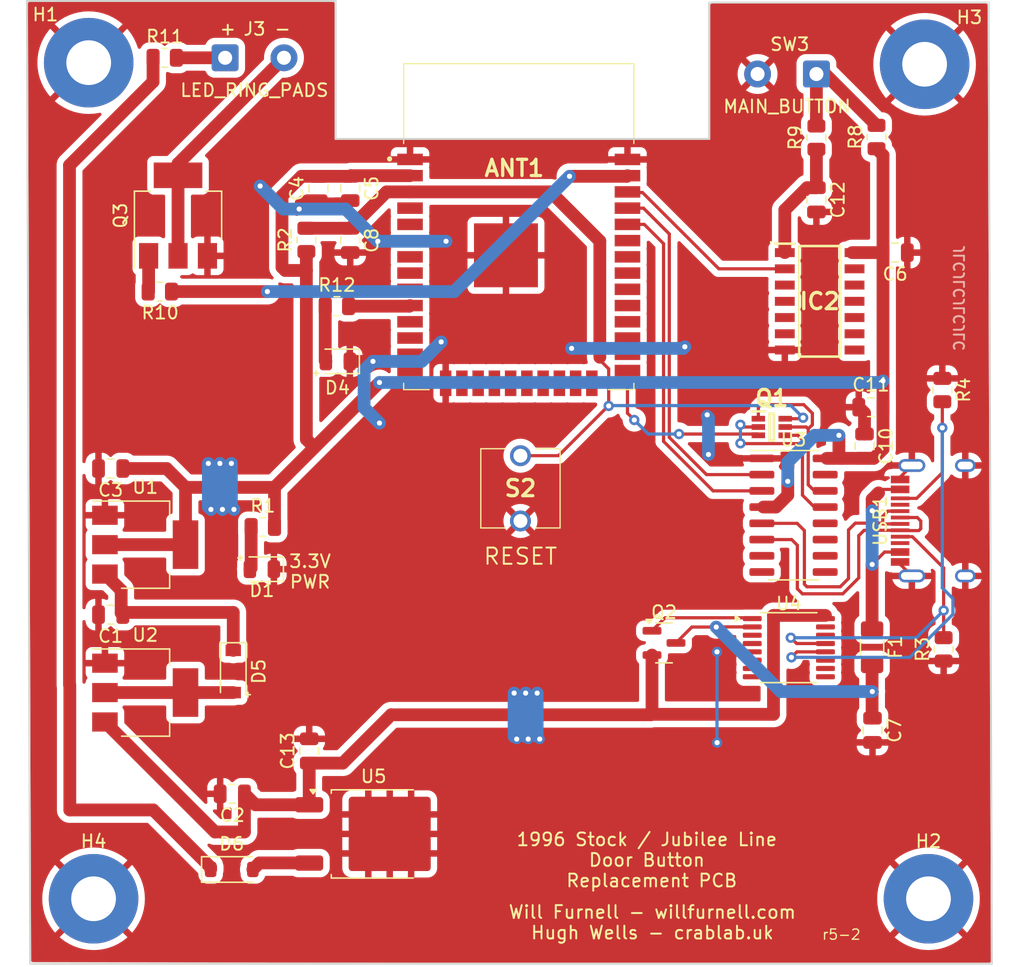
<source format=kicad_pcb>
(kicad_pcb (version 20221018) (generator pcbnew)
  (layers (0 "F.Cu" signal) (31 "B.Cu" signal) (34 "B.Paste" user) (35 "F.Paste" user) (36 "B.SilkS" user "B.Silkscreen") (37 "F.SilkS" user "F.Silkscreen") (38 "B.Mask" user) (39 "F.Mask" user) (44 "Edge.Cuts" user))
  (net 0 "")
  (net 1 "+5V")
  (net 2 "+9V")
  (net 3 "+3V3")
  (net 10 "EN")
  (net 11 "RTS")
  (net 12 "DTR")
  (net 14 "Net-(R8-Pad2)")
  (net 15 "LED_RING")
  (net 16 "ESP_LED")
  (net 17 "ESP_RXD")
  (net 18 "ESP_TXD")
  (net 19 "BUTTON")
  (net 23 "GND")
  (net 24 "IO0")
  (net 42 "+15V")
  (net 43 "Net-(Q2-D)")
  (net 44 "Net-(IC2-1A)")
  (net 45 "Net-(D1-A)")
  (net 46 "Net-(D4-A)")
  (net 47 "Net-(D5-A)")
  (net 48 "Net-(D6-A)")
  (net 49 "Net-(F1-Pad1)")
  (net 60 "Net-(J3-Pin_1)")
  (net 61 "Net-(J3-Pin_2)")
  (net 62 "Net-(Q2-G)")
  (net 63 "Net-(Q3-B)")
  (net 64 "CC1")
  (net 65 "CC2")
  (net 66 "Net-(U3-UD+)")
  (net 67 "Net-(U3-UD-)")
  (footprint "Capacitor_SMD:C_0805_2012Metric" (layer "F.Cu") (at 46.929 101.981 180)
    (fp_text reference "C1")
    (fp_text value "10uF")
  )
  (footprint "Capacitor_SMD:C_0805_2012Metric" (layer "F.Cu") (at 56.440305 115.994183 180)
    (fp_text reference "C2")
    (fp_text value "10uF")
  )
  (footprint "Capacitor_SMD:C_0805_2012Metric" (layer "F.Cu") (at 46.929 90.551 180)
    (fp_text reference "C3")
    (fp_text value "10uF")
  )
  (footprint "Capacitor_SMD:C_0805_2012Metric" (layer "F.Cu") (at 65.659 68.641 -90)
    (fp_text reference "C5")
    (fp_text value "10uF")
  )
  (footprint "Capacitor_SMD:C_0805_2012Metric" (layer "F.Cu") (at 102.108 69.53 -90)
    (fp_text reference "C12")
    (fp_text value "0.1uF")
  )
  (footprint "LED_SMD:LED_0805_2012Metric" (layer "F.Cu") (at 58.7525 98.425 180)
    (fp_text reference "D1")
    (fp_text value "POWER_LED")
  )
  (footprint "LED_SMD:LED_0805_2012Metric" (layer "F.Cu") (at 64.6915 82.169 180)
    (fp_text reference "D4")
    (fp_text value "ESP_LED")
  )
  (footprint "Fuse:Fuse_1206_3216Metric" (layer "F.Cu") (at 106.461285 104.528799 -90)
    (fp_text reference "F1")
    (fp_text value "Polyfuse")
  )
  (footprint "Connector_Wire:SolderWire-0.5sqmm_1x02_P4.6mm_D0.9mm_OD2.1mm" (layer "F.Cu") (at 55.88 58.42)
    (fp_text reference "J3")
    (fp_text value "LED_RING_PADS")
  )
  (footprint "Package_TO_SOT_SMD:SOT-223-3_TabPin2" (layer "F.Cu") (at 52.197 70.764 90)
    (fp_text reference "Q3")
    (fp_text value "PZT2222A")
  )
  (footprint "Resistor_SMD:R_0805_2012Metric" (layer "F.Cu") (at 58.8245 95.123)
    (fp_text reference "R1")
    (fp_text value "2K")
  )
  (footprint "Resistor_SMD:R_0805_2012Metric" (layer "F.Cu") (at 106.807 64.6195 90)
    (fp_text reference "R8")
    (fp_text value "10K")
  )
  (footprint "Resistor_SMD:R_0805_2012Metric" (layer "F.Cu") (at 102.108 64.6665 90)
    (fp_text reference "R9")
    (fp_text value "10K")
  )
  (footprint "Resistor_SMD:R_0805_2012Metric" (layer "F.Cu") (at 50.7765 76.708)
    (fp_text reference "R10")
    (fp_text value "5K6")
  )
  (footprint "Resistor_SMD:R_0805_2012Metric" (layer "F.Cu") (at 51.1575 58.42)
    (fp_text reference "R11")
    (fp_text value "50")
  )
  (footprint "Resistor_SMD:R_0805_2012Metric" (layer "F.Cu") (at 64.6195 77.851)
    (fp_text reference "R12")
    (fp_text value "2K")
  )
  (footprint "Connector_Wire:SolderWire-0.5sqmm_1x02_P4.6mm_D0.9mm_OD2.1mm" (layer "F.Cu") (at 102.108 59.69 180)
    (fp_text reference "SW3")
    (fp_text value "MAIN_BUTTON")
  )
  (footprint "Package_TO_SOT_SMD:SOT-223-3_TabPin2" (layer "F.Cu") (at 49.632 96.506)
    (fp_text reference "U1")
    (fp_text value "AMS1117-3.3")
  )
  (footprint "Package_TO_SOT_SMD:SOT-223-3_TabPin2" (layer "F.Cu") (at 49.632 108.077)
    (fp_text reference "U2")
    (fp_text value "AMS1117-5.0")
  )
  (footprint "MountingHole:MountingHole_3.5mm_Pad_TopBottom" (layer "F.Cu") (at 45.212 58.801)
    (fp_text reference "H1")
    (fp_text value "MountingHole_Pad")
  )
  (footprint "MountingHole:MountingHole_3.5mm_Pad_TopBottom" (layer "F.Cu") (at 110.871 124.206)
    (fp_text reference "H2")
    (fp_text value "MountingHole_Pad")
  )
  (footprint "MountingHole:MountingHole_3.5mm_Pad_TopBottom" (layer "F.Cu") (at 110.568 58.928)
    (fp_text reference "H3")
    (fp_text value "MountingHole_Pad")
  )
  (footprint "MountingHole:MountingHole_3.5mm_Pad_TopBottom" (layer "F.Cu") (at 45.593 124.206)
    (fp_text reference "H4")
    (fp_text value "MountingHole_Pad")
  )
  (footprint "Diode_SMD:D_SOD-123" (layer "F.Cu") (at 56.515 106.427 -90)
    (fp_text reference "D5")
    (fp_text value "D_Small")
  )
  (footprint "Capacitor_SMD:C_0805_2012Metric" (layer "F.Cu") (at 65.659 72.705 -90)
    (fp_text reference "C8")
    (fp_text value "100nF")
  )
  (footprint "Resistor_SMD:R_0805_2012Metric" (layer "F.Cu") (at 62.23 72.6675 90)
    (fp_text reference "R2")
    (fp_text value "10K")
  )
  (footprint "SamacSys_Parts:FSM2JRT" (layer "F.Cu") (at 78.968 94.653)
    (fp_text reference "S2")
    (fp_text value "RESET")
  )
  (footprint "SamacSys_Parts:SOIC127P600X175-14N" (layer "F.Cu") (at 102.362 77.47)
    (fp_text reference "IC2")
    (fp_text value "74HC14D,653" hide)
  )
  (footprint "SamacSys_Parts:ESP32WROOM32D" (layer "F.Cu") (at 78.486 71.882)
    (fp_text reference "ANT1")
    (fp_text value "ESP32-WROOM-32D" hide)
  )
  (footprint "Capacitor_SMD:C_0805_2012Metric" (layer "F.Cu") (at 108.265 73.66 180)
    (fp_text reference "C6")
    (fp_text value "0.1uF")
  )
  (footprint "Capacitor_SMD:C_0805_2012Metric" (layer "F.Cu") (at 63.168 68.653 90)
    (fp_text reference "C4")
    (fp_text value "100nF")
  )
  (footprint "Capacitor_SMD:C_0805_2012Metric" (layer "F.Cu") (at 105.868 88.803 -90)
    (fp_text reference "C10")
    (fp_text value "10uF")
  )
  (footprint "SamacSys_Parts:SOT65P230X110-6N" (layer "F.Cu") (at 98.618 87.303)
    (fp_text reference "Q1")
    (fp_text value "UMH3N" hide)
  )
  (footprint "Resistor_SMD:R_0805_2012Metric" (layer "F.Cu") (at 112.055316 104.695219 90)
    (fp_text reference "R3")
    (fp_text value "5.1K")
  )
  (footprint "Resistor_SMD:R_0805_2012Metric" (layer "F.Cu") (at 111.951926 84.411355 -90)
    (fp_text reference "R4")
    (fp_text value "5.1K")
  )
  (footprint "Type-C:HRO-TYPE-C-31-M-12" (layer "F.Cu") (at 116.348 94.633 90)
    (fp_text reference "USB1")
    (fp_text value "HRO-TYPE-C-31-M-12")
  )
  (footprint "Capacitor_SMD:C_0805_2012Metric" (layer "F.Cu") (at 106.368 85.753 180)
    (fp_text reference "C11")
    (fp_text value "100nF")
  )
  (footprint "Package_SO:SOIC-16_3.9x9.9mm_P1.27mm" (layer "F.Cu") (at 100.318 94.203)
    (fp_text reference "U3")
    (fp_text value "CH340C")
  )
  (footprint "Package_TO_SOT_SMD:SOT-23" (layer "F.Cu") (at 90.191591 104.192522)
    (fp_text reference "Q2")
    (fp_text value "AO3400A")
  )
  (footprint "Package_TO_SOT_SMD:TO-252-2" (layer "F.Cu") (at 67.487136 119.134381)
    (fp_text reference "U5")
    (fp_text value "78D09LL-TN3-R")
  )
  (footprint "Capacitor_SMD:C_0805_2012Metric" (layer "F.Cu") (at 62.452882 112.643837 90)
    (fp_text reference "C13")
    (fp_text value "10uF")
  )
  (footprint "Diode_SMD:D_SOD-123" (layer "F.Cu") (at 56.397271 121.91333)
    (fp_text reference "D6")
    (fp_text value "D_Small")
  )
  (footprint "Capacitor_SMD:C_0805_2012Metric" (layer "F.Cu") (at 106.494434 111.026071 -90)
    (fp_text reference "C7")
    (fp_text value "0.1uF")
  )
  (footprint "Package_SO:TSSOP-16_4.4x5mm_P0.65mm" (layer "F.Cu") (at 99.952899 104.565797)
    (fp_text reference "U4")
    (fp_text value "IP2721")
  )
  (gr_line (start 40.64 129.286) (end 40.386 53.975) (stroke (width 0.15)) (layer "Edge.Cuts"))
  (gr_line (start 115.57 54.102) (end 93.726 54.102) (stroke (width 0.15)) (layer "Edge.Cuts"))
  (gr_line (start 64.516 53.975) (end 40.386 53.975) (stroke (width 0.15)) (layer "Edge.Cuts"))
  (gr_line (start 115.824 129.286) (end 40.64 129.286) (stroke (width 0.15)) (layer "Edge.Cuts"))
  (gr_line (start 64.516 53.975) (end 64.516 64.77) (stroke (width 0.15)) (layer "Edge.Cuts"))
  (gr_line (start 64.516 64.77) (end 93.726 64.77) (stroke (width 0.15)) (layer "Edge.Cuts"))
  (gr_line (start 115.57 54.102) (end 115.824 129.286) (stroke (width 0.15)) (layer "Edge.Cuts"))
  (gr_line (start 93.726 64.77) (end 93.726 54.102) (stroke (width 0.15)) (layer "Edge.Cuts"))
  (gr_text "JLCJLCJLCJLC" (at 113.284 77.216 90) (layer "B.SilkS") (effects (font (size 0.8 0.8)) (justify mirror)))
  (gr_text "." (at 98.552 72.644) (layer "F.SilkS") (effects (font (size 0.5 0.5) (thickness 0.125))))
  (gr_text "r5-2" (at 104.056878 127.004941) (layer "F.SilkS") (effects (font (size 0.8 0.8) (thickness 0.1))))
  (gr_text "Will Furnell - willfurnell.com\nHugh Wells - crablab.uk" (at 89.281 126.053) (layer "F.SilkS") (effects (font (size 1 1))))
  (gr_text "3.3V\nPWR" (at 62.518 98.613) (layer "F.SilkS") (effects (font (size 1 1))))
  (gr_text "+" (at 57.658 108.204) (layer "F.SilkS") (effects (font (size 0.5 0.5) (thickness 0.125))))
  (gr_text "+" (at 62.992 83.058) (layer "F.SilkS") (effects (font (size 0.5 0.5) (thickness 0.125))))
  (gr_text "+" (at 57.023 97.536 90) (layer "F.SilkS") (effects (font (size 0.5 0.5) (thickness 0.125))))
  (gr_text "1996 Stock / Jubilee Line \nDoor Button \nReplacement PCB" (at 89.231678 121.175142) (layer "F.SilkS") (effects (font (size 1 1))))
  (gr_text "+    -" (at 58.2295 56.1467) (layer "F.SilkS") (effects (font (size 1 1))))
  (segment (start 56.515 104.777) (end 56.515 101.809) (width 1) (layer "F.Cu") (net 1))
  (segment (start 47.752 100.076) (end 46.482 98.806) (width 1) (layer "F.Cu") (net 1))
  (segment (start 47.752 101.854) (end 47.879 101.981) (width 1) (layer "F.Cu") (net 1))
  (segment (start 56.515 101.809) (end 48.051 101.809) (width 1) (layer "F.Cu") (net 1))
  (segment (start 47.752 100.076) (end 47.752 101.854) (width 1) (layer "F.Cu") (net 1))
  (segment (start 48.051 101.809) (end 47.879 101.981) (width 1) (layer "F.Cu") (net 1))
  (segment (start 50.25346 117.257345) (end 43.736371 117.257345) (width 1) (layer "F.Cu") (net 2))
  (segment (start 54.847129 121.813472) (end 54.747271 121.91333) (width 0.25) (layer "F.Cu") (net 2))
  (segment (start 54.747271 121.751156) (end 50.25346 117.257345) (width 1) (layer "F.Cu") (net 2))
  (segment (start 50.245 60.29298) (end 50.245 58.42) (width 1) (layer "F.Cu") (net 2))
  (segment (start 54.747271 121.91333) (end 54.747271 121.751156) (width 1) (layer "F.Cu") (net 2))
  (segment (start 43.71199 66.82599) (end 50.245 60.29298) (width 1) (layer "F.Cu") (net 2))
  (segment (start 43.71199 66.82599) (end 43.71199 107.473684) (width 1) (layer "F.Cu") (net 2))
  (segment (start 43.736371 107.498065) (end 43.71199 107.473684) (width 0.25) (layer "F.Cu") (net 2))
  (segment (start 43.736371 117.257345) (end 43.736371 107.498065) (width 1) (layer "F.Cu") (net 2))
  (segment (start 102.918 89.753) (end 104.068 89.753) (width 1) (layer "F.Cu") (net 3))
  (segment (start 51.308 90.551) (end 47.879 90.551) (width 1) (layer "F.Cu") (net 3))
  (segment (start 60.325 69.215) (end 61.849 67.691) (width 1) (layer "F.Cu") (net 3))
  (segment (start 59.74 92.025) (end 62.865 88.9) (width 1) (layer "F.Cu") (net 3))
  (segment (start 60.579 75.057) (end 60.325 74.803) (width 1) (layer "F.Cu") (net 3))
  (segment (start 52.782 92.025) (end 51.308 90.551) (width 1) (layer "F.Cu") (net 3))
  (segment (start 107.315 83.693) (end 107.315 73.66) (width 1) (layer "F.Cu") (net 3))
  (segment (start 99.868 92.638) (end 99.868 91.553) (width 1) (layer "F.Cu") (net 3))
  (segment (start 59.74 92.025) (end 59.74 95.12) (width 1) (layer "F.Cu") (net 3))
  (segment (start 98.943 93.563) (end 99.868 92.638) (width 1) (layer "F.Cu") (net 3))
  (segment (start 61.849 67.691) (end 65.659 67.691) (width 1) (layer "F.Cu") (net 3))
  (segment (start 105.868 89.753) (end 106.593 89.753) (width 1) (layer "F.Cu") (net 3))
  (segment (start 46.482 96.506) (end 52.782 96.506) (width 1) (layer "F.Cu") (net 3))
  (segment (start 52.782 96.506) (end 52.782 92.025) (width 1) (layer "F.Cu") (net 3))
  (segment (start 104.068 89.753) (end 105.868 89.753) (width 1) (layer "F.Cu") (net 3))
  (segment (start 65.708 67.642) (end 65.659 67.691) (width 1) (layer "F.Cu") (net 3))
  (segment (start 59.74 95.12) (end 59.737 95.123) (width 1) (layer "F.Cu") (net 3))
  (segment (start 62.23 88.265) (end 62.865 88.9) (width 1) (layer "F.Cu") (net 3))
  (segment (start 107.315 89.031) (end 107.315 83.693) (width 1) (layer "F.Cu") (net 3))
  (segment (start 103.868 87.953) (end 103.868 89.553) (width 1) (layer "F.Cu") (net 3))
  (segment (start 107.315 73.66) (end 107.315 66.04) (width 1) (layer "F.Cu") (net 3))
  (segment (start 52.782 92.025) (end 59.74 92.025) (width 1) (layer "F.Cu") (net 3))
  (segment (start 62.23 73.58) (end 62.23 75.057) (width 1) (layer "F.Cu") (net 3))
  (segment (start 62.23 75.057) (end 62.23 88.265) (width 1) (layer "F.Cu") (net 3))
  (segment (start 103.868 89.553) (end 104.068 89.753) (width 1) (layer "F.Cu") (net 3))
  (segment (start 104.902 73.66) (end 107.315 73.66) (width 1) (layer "F.Cu") (net 3))
  (segment (start 60.325 74.803) (end 60.325 69.215) (width 1) (layer "F.Cu") (net 3))
  (segment (start 107.315 66.04) (end 106.807 65.532) (width 1) (layer "F.Cu") (net 3))
  (segment (start 97.968 93.563) (end 98.943 93.563) (width 1) (layer "F.Cu") (net 3))
  (segment (start 67.945 83.82) (end 62.865 88.9) (width 1) (layer "F.Cu") (net 3))
  (segment (start 106.593 89.753) (end 107.315 89.031) (width 1) (layer "F.Cu") (net 3))
  (segment (start 70.336 67.642) (end 65.708 67.642) (width 1) (layer "F.Cu") (net 3))
  (segment (start 62.23 75.057) (end 60.579 75.057) (width 1) (layer "F.Cu") (net 3))
  (via (at 103.868 87.953) (size 0.8) (drill 0.4) (layers "F.Cu" "B.Cu") (net 3))
  (via (at 107.315 83.693) (size 0.8) (drill 0.4) (layers "F.Cu" "B.Cu") (net 3))
  (via (at 99.868 91.553) (size 0.8) (drill 0.4) (layers "F.Cu" "B.Cu") (net 3))
  (via (at 67.945 83.82) (size 0.8) (drill 0.4) (layers "F.Cu" "B.Cu") (net 3))
  (segment (start 99.868 91.553) (end 99.868 90.053) (width 1) (layer "B.Cu") (net 3))
  (segment (start 107.188 83.82) (end 107.315 83.693) (width 1) (layer "B.Cu") (net 3))
  (segment (start 101.968 87.953) (end 103.868 87.953) (width 1) (layer "B.Cu") (net 3))
  (segment (start 99.868 90.053) (end 101.968 87.953) (width 1) (layer "B.Cu") (net 3))
  (segment (start 67.945 83.82) (end 107.188 83.82) (width 1) (layer "B.Cu") (net 3))
  (segment (start 85.174001 82.059001) (end 85.868 82.753) (width 0.25) (layer "F.Cu") (net 10))
  (segment (start 85.174001 72.759001) (end 85.174001 81.846999) (width 1) (layer "F.Cu") (net 10))
  (segment (start 81.327 68.912) (end 85.174001 72.759001) (width 1) (layer "F.Cu") (net 10))
  (segment (start 85.868 85.653) (end 85.852 85.637) (width 0.25) (layer "F.Cu") (net 10))
  (segment (start 85.868 82.753) (end 85.868 85.653) (width 0.25) (layer "F.Cu") (net 10))
  (segment (start 65.659 71.755) (end 62.23 71.755) (width 1) (layer "F.Cu") (net 10))
  (segment (start 70.336 68.912) (end 81.327 68.912) (width 1) (layer "F.Cu") (net 10))
  (segment (start 81.941 89.548) (end 85.852 85.637) (width 0.25) (layer "F.Cu") (net 10))
  (segment (start 78.968 89.548) (end 81.941 89.548) (width 0.25) (layer "F.Cu") (net 10))
  (segment (start 85.174001 81.846999) (end 85.174001 82.059001) (width 0.25) (layer "F.Cu") (net 10))
  (segment (start 70.336 68.912) (end 68.502 68.912) (width 1) (layer "F.Cu") (net 10))
  (segment (start 99.668 86.653) (end 100.993 86.653) (width 0.25) (layer "F.Cu") (net 10))
  (segment (start 100.993 86.653) (end 101.068 86.578) (width 0.25) (layer "F.Cu") (net 10))
  (segment (start 68.502 68.912) (end 65.659 71.755) (width 1) (layer "F.Cu") (net 10))
  (via (at 101.068 86.578) (size 0.8) (drill 0.4) (layers "F.Cu" "B.Cu") (net 10))
  (via (at 85.868 85.653) (size 0.8) (drill 0.4) (layers "F.Cu" "B.Cu") (net 10))
  (segment (start 85.893001 85.627999) (end 100.117999 85.627999) (width 0.25) (layer "B.Cu") (net 10))
  (segment (start 100.117999 85.627999) (end 100.143 85.653) (width 0.25) (layer "B.Cu") (net 10))
  (segment (start 101.068 86.578) (end 100.143 85.653) (width 0.25) (layer "B.Cu") (net 10))
  (segment (start 85.868 85.653) (end 85.893001 85.627999) (width 0.25) (layer "B.Cu") (net 10))
  (segment (start 101.468 87.453) (end 101.793001 87.127999) (width 0.25) (layer "F.Cu") (net 11))
  (segment (start 101.943 92.293) (end 101.468 91.818) (width 0.25) (layer "F.Cu") (net 11))
  (segment (start 101.318 87.303) (end 99.668 87.303) (width 0.25) (layer "F.Cu") (net 11))
  (segment (start 102.918 92.293) (end 101.943 92.293) (width 0.25) (layer "F.Cu") (net 11))
  (segment (start 101.116002 85.553) (end 97.768 85.553) (width 0.25) (layer "F.Cu") (net 11))
  (segment (start 97.768 85.553) (end 97.568 85.753) (width 0.25) (layer "F.Cu") (net 11))
  (segment (start 101.793001 86.229999) (end 101.116002 85.553) (width 0.25) (layer "F.Cu") (net 11))
  (segment (start 97.568 85.753) (end 97.568 86.653) (width 0.25) (layer "F.Cu") (net 11))
  (segment (start 101.793001 87.127999) (end 101.793001 86.229999) (width 0.25) (layer "F.Cu") (net 11))
  (segment (start 101.468 91.818) (end 101.468 87.453) (width 0.25) (layer "F.Cu") (net 11))
  (segment (start 101.468 87.453) (end 101.318 87.303) (width 0.25) (layer "F.Cu") (net 11))
  (segment (start 96.168 87.128) (end 96.343 87.303) (width 0.25) (layer "F.Cu") (net 12))
  (segment (start 101.01799 88.30299) (end 100.668 87.953) (width 0.25) (layer "F.Cu") (net 12))
  (segment (start 101.01799 88.60299) (end 96.19299 88.60299) (width 0.25) (layer "F.Cu") (net 12))
  (segment (start 100.668 87.953) (end 99.668 87.953) (width 0.25) (layer "F.Cu") (net 12))
  (segment (start 102.918 93.563) (end 101.943 93.563) (width 0.25) (layer "F.Cu") (net 12))
  (segment (start 101.01799 88.60299) (end 101.01799 88.30299) (width 0.25) (layer "F.Cu") (net 12))
  (segment (start 96.343 87.303) (end 97.568 87.303) (width 0.25) (layer "F.Cu") (net 12))
  (segment (start 101.943 93.563) (end 101.01799 92.63799) (width 0.25) (layer "F.Cu") (net 12))
  (segment (start 101.01799 92.63799) (end 101.01799 88.60299) (width 0.25) (layer "F.Cu") (net 12))
  (segment (start 96.19299 88.60299) (end 96.168 88.578) (width 0.25) (layer "F.Cu") (net 12))
  (via (at 96.168 88.578) (size 0.8) (drill 0.4) (layers "F.Cu" "B.Cu") (net 12))
  (via (at 96.168 87.128) (size 0.8) (drill 0.4) (layers "F.Cu" "B.Cu") (net 12))
  (segment (start 96.168 88.578) (end 96.168 87.128) (width 0.25) (layer "B.Cu") (net 12))
  (segment (start 102.108 59.69) (end 102.79 59.69) (width 1) (layer "F.Cu") (net 14))
  (segment (start 102.108 59.69) (end 102.108 63.754) (width 1) (layer "F.Cu") (net 14))
  (segment (start 102.79 59.69) (end 106.807 63.707) (width 1) (layer "F.Cu") (net 14))
  (segment (start 82.804 67.691) (end 87.287 67.691) (width 1) (layer "F.Cu") (net 15))
  (segment (start 87.287 67.691) (end 87.336 67.642) (width 1) (layer "F.Cu") (net 15))
  (segment (start 51.689 76.708) (end 59.182 76.708) (width 1) (layer "F.Cu") (net 15))
  (via (at 82.804 67.691) (size 0.8) (drill 0.4) (layers "F.Cu" "B.Cu") (net 15))
  (via (at 59.182 76.708) (size 0.8) (drill 0.4) (layers "F.Cu" "B.Cu") (net 15))
  (segment (start 73.787 76.708) (end 82.804 67.691) (width 1) (layer "B.Cu") (net 15))
  (segment (start 59.182 76.708) (end 73.787 76.708) (width 1) (layer "B.Cu") (net 15))
  (segment (start 65.532 77.851) (end 70.287 77.851) (width 1) (layer "F.Cu") (net 16))
  (segment (start 70.287 77.851) (end 70.336 77.802) (width 1) (layer "F.Cu") (net 16))
  (segment (start 90.156372 72.960289) (end 90.156372 88.426447) (width 0.25) (layer "F.Cu") (net 17))
  (segment (start 87.336 71.452) (end 88.648083 71.452) (width 0.25) (layer "F.Cu") (net 17))
  (segment (start 88.648083 71.452) (end 90.156372 72.960289) (width 0.25) (layer "F.Cu") (net 17))
  (segment (start 90.156372 88.426447) (end 94.027925 92.298) (width 0.25) (layer "F.Cu") (net 17))
  (segment (start 94.027925 92.298) (end 97.843 92.298) (width 0.25) (layer "F.Cu") (net 17))
  (segment (start 90.606372 88.116677) (end 93.517695 91.028) (width 0.25) (layer "F.Cu") (net 18))
  (segment (start 87.336 70.182) (end 88.586 70.182) (width 0.25) (layer "F.Cu") (net 18))
  (segment (start 88.586 70.182) (end 90.606372 72.202372) (width 0.25) (layer "F.Cu") (net 18))
  (segment (start 93.517695 91.028) (end 97.843 91.028) (width 0.25) (layer "F.Cu") (net 18))
  (segment (start 90.606372 72.202372) (end 90.606372 88.116677) (width 0.25) (layer "F.Cu") (net 18))
  (segment (start 99.502 74.93) (end 94.482002 74.93) (width 0.25) (layer "F.Cu") (net 19))
  (segment (start 88.513002 68.961) (end 87.748 68.961) (width 0.25) (layer "F.Cu") (net 19))
  (segment (start 94.482002 74.93) (end 88.513002 68.961) (width 0.25) (layer "F.Cu") (net 19))
  (segment (start 108.653 91.228) (end 109.568 90.313) (width 0.25) (layer "F.Cu") (net 23))
  (segment (start 63.168 69.603) (end 62.318 69.603) (width 1) (layer "F.Cu") (net 23))
  (segment (start 105.868 87.853) (end 105.868 86.203) (width 1) (layer "F.Cu") (net 23))
  (segment (start 62.318 69.603) (end 61.668 70.253) (width 1) (layer "F.Cu") (net 23))
  (segment (start 108.653 98.038) (end 109.568 98.953) (width 0.25) (layer "F.Cu") (net 23))
  (segment (start 94.334851 104.892075) (end 94.336129 104.890797) (width 0.25) (layer "F.Cu") (net 23))
  (segment (start 105.868 86.203) (end 105.418 85.753) (width 1) (layer "F.Cu") (net 23))
  (segment (start 108.653 91.408) (end 108.653 91.228) (width 0.25) (layer "F.Cu") (net 23))
  (segment (start 108.653 97.858) (end 108.653 98.038) (width 0.25) (layer "F.Cu") (net 23))
  (segment (start 94.336129 104.890797) (end 97.090399 104.890797) (width 0.25) (layer "F.Cu") (net 23))
  (segment (start 65.629 82.169) (end 67.437 82.169) (width 1) (layer "F.Cu") (net 23))
  (via (at 91.821 81.026) (size 0.8) (drill 0.4) (layers "F.Cu" "B.Cu") (net 23))
  (via (at 93.568 86.353) (size 0.8) (drill 0.4) (layers "F.Cu" "B.Cu") (net 23))
  (via (at 72.771 80.645) (size 0.8) (drill 0.4) (layers "F.Cu" "B.Cu") (net 23))
  (via (at 54.568 90.153) (size 0.8) (drill 0.4) (layers "F.Cu" "B.Cu") (net 23))
  (via (at 78.47395 108.11635) (size 0.8) (drill 0.4) (layers "F.Cu" "B.Cu") (net 23))
  (via (at 67.818 72.771) (size 0.8) (drill 0.4) (layers "F.Cu" "B.Cu") (net 23))
  (via (at 67.437 82.169) (size 0.8) (drill 0.4) (layers "F.Cu" "B.Cu") (net 23))
  (via (at 94.334851 104.892075) (size 0.8) (drill 0.4) (layers "F.Cu" "B.Cu") (net 23))
  (via (at 79.37395 108.11635) (size 0.8) (drill 0.4) (layers "F.Cu" "B.Cu") (net 23))
  (via (at 80.47395 111.71635) (size 0.8) (drill 0.4) (layers "F.Cu" "B.Cu") (net 23))
  (via (at 61.668 70.253) (size 0.8) (drill 0.4) (layers "F.Cu" "B.Cu") (net 23))
  (via (at 55.668 93.753) (size 0.8) (drill 0.4) (layers "F.Cu" "B.Cu") (net 23))
  (via (at 78.67395 111.71635) (size 0.8) (drill 0.4) (layers "F.Cu" "B.Cu") (net 23))
  (via (at 54.768 93.753) (size 0.8) (drill 0.4) (layers "F.Cu" "B.Cu") (net 23))
  (via (at 82.968 81.153) (size 0.8) (drill 0.4) (layers "F.Cu" "B.Cu") (net 23))
  (via (at 80.27395 108.11635) (size 0.8) (drill 0.4) (layers "F.Cu" "B.Cu") (net 23))
  (via (at 73.152 72.771) (size 0.8) (drill 0.4) (layers "F.Cu" "B.Cu") (net 23))
  (via (at 56.368 90.153) (size 0.8) (drill 0.4) (layers "F.Cu" "B.Cu") (net 23))
  (via (at 79.57395 111.71635) (size 0.8) (drill 0.4) (layers "F.Cu" "B.Cu") (net 23))
  (via (at 56.568 93.753) (size 0.8) (drill 0.4) (layers "F.Cu" "B.Cu") (net 23))
  (via (at 67.945 86.995) (size 0.8) (drill 0.4) (layers "F.Cu" "B.Cu") (net 23))
  (via (at 94.343932 111.993603) (size 0.8) (drill 0.4) (layers "F.Cu" "B.Cu") (net 23))
  (via (at 55.468 90.153) (size 0.8) (drill 0.4) (layers "F.Cu" "B.Cu") (net 23))
  (via (at 58.618 68.453) (size 0.8) (drill 0.4) (layers "F.Cu" "B.Cu") (net 23))
  (via (at 93.668 89.453) (size 0.8) (drill 0.4) (layers "F.Cu" "B.Cu") (net 23))
  (segment (start 79.37395 108.11635) (end 79.37395 111.51635) (width 1) (layer "B.Cu") (net 23))
  (segment (start 91.694 81.153) (end 91.821 81.026) (width 1) (layer "B.Cu") (net 23))
  (segment (start 67.437 82.169) (end 66.74499 82.86101) (width 1) (layer "B.Cu") (net 23))
  (segment (start 67.818 72.771) (end 73.152 72.771) (width 1) (layer "B.Cu") (net 23))
  (segment (start 66.74499 85.79499) (end 67.945 86.995) (width 1) (layer "B.Cu") (net 23))
  (segment (start 56.368 93.553) (end 56.568 93.753) (width 1) (layer "B.Cu") (net 23))
  (segment (start 54.568 93.553) (end 54.768 93.753) (width 1) (layer "B.Cu") (net 23))
  (segment (start 55.468 93.553) (end 55.668 93.753) (width 1) (layer "B.Cu") (net 23))
  (segment (start 66.74499 82.86101) (end 66.74499 85.79499) (width 1) (layer "B.Cu") (net 23))
  (segment (start 60.418 70.253) (end 58.618 68.453) (width 1) (layer "B.Cu") (net 23))
  (segment (start 56.368 90.153) (end 56.368 93.553) (width 1) (layer "B.Cu") (net 23))
  (segment (start 61.668 70.253) (end 65.3 70.253) (width 1) (layer "B.Cu") (net 23))
  (segment (start 94.334851 111.984522) (end 94.343932 111.993603) (width 0.25) (layer "B.Cu") (net 23))
  (segment (start 93.668 89.453) (end 93.668 86.57801) (width 1) (layer "B.Cu") (net 23))
  (segment (start 54.568 90.153) (end 54.568 93.553) (width 1) (layer "B.Cu") (net 23))
  (segment (start 82.968 81.153) (end 91.694 81.153) (width 1) (layer "B.Cu") (net 23))
  (segment (start 61.668 70.253) (end 60.418 70.253) (width 1) (layer "B.Cu") (net 23))
  (segment (start 80.27395 108.11635) (end 80.27395 111.51635) (width 1) (layer "B.Cu") (net 23))
  (segment (start 94.334851 104.892075) (end 94.334851 111.984522) (width 0.25) (layer "B.Cu") (net 23))
  (segment (start 71.247 82.169) (end 72.771 80.645) (width 1) (layer "B.Cu") (net 23))
  (segment (start 78.47395 108.11635) (end 78.47395 111.51635) (width 1) (layer "B.Cu") (net 23))
  (segment (start 55.468 90.153) (end 55.468 93.553) (width 1) (layer "B.Cu") (net 23))
  (segment (start 67.437 82.169) (end 71.247 82.169) (width 1) (layer "B.Cu") (net 23))
  (segment (start 65.3 70.253) (end 67.818 72.771) (width 1) (layer "B.Cu") (net 23))
  (segment (start 93.668 86.57801) (end 93.568 86.47801) (width 1) (layer "B.Cu") (net 23))
  (segment (start 97.468 87.853) (end 97.568 87.953) (width 0.25) (layer "F.Cu") (net 24))
  (segment (start 87.336 86.221) (end 87.868 86.753) (width 0.25) (layer "F.Cu") (net 24))
  (segment (start 87.336 82.882) (end 87.336 86.221) (width 0.25) (layer "F.Cu") (net 24))
  (segment (start 91.368 87.853) (end 97.468 87.853) (width 0.25) (layer "F.Cu") (net 24))
  (via (at 87.868 86.753) (size 0.8) (drill 0.4) (layers "F.Cu" "B.Cu") (net 24))
  (via (at 91.368 87.853) (size 0.8) (drill 0.4) (layers "F.Cu" "B.Cu") (net 24))
  (segment (start 88.968 87.853) (end 91.368 87.853) (width 0.25) (layer "B.Cu") (net 24))
  (segment (start 87.868 86.753) (end 88.968 87.853) (width 0.25) (layer "B.Cu") (net 24))
  (segment (start 89.254091 109.702421) (end 89.254091 105.142522) (width 1) (layer "F.Cu") (net 42))
  (segment (start 62.447136 116.854381) (end 58.250503 116.854381) (width 1) (layer "F.Cu") (net 42))
  (segment (start 89.142966 109.813546) (end 89.177739 109.778773) (width 1) (layer "F.Cu") (net 42))
  (segment (start 62.452882 113.593837) (end 62.452882 116.848635) (width 1) (layer "F.Cu") (net 42))
  (segment (start 46.482 110.377) (end 55.085886 118.980886) (width 1) (layer "F.Cu") (net 42))
  (segment (start 55.085886 118.980886) (end 57.390305 118.980886) (width 1) (layer "F.Cu") (net 42))
  (segment (start 98.752686 102.040797) (end 102.815399 102.040797) (width 1) (layer "F.Cu") (net 42))
  (segment (start 57.390305 118.980886) (end 57.390305 115.994183) (width 1) (layer "F.Cu") (net 42))
  (segment (start 65.075276 113.593837) (end 68.855567 109.813546) (width 1) (layer "F.Cu") (net 42))
  (segment (start 58.250503 116.854381) (end 57.390305 115.994183) (width 1) (layer "F.Cu") (net 42))
  (segment (start 68.855567 109.813546) (end 89.142966 109.813546) (width 1) (layer "F.Cu") (net 42))
  (segment (start 98.752686 109.778773) (end 98.752686 102.040797) (width 1) (layer "F.Cu") (net 42))
  (segment (start 89.177739 109.778773) (end 98.752686 109.778773) (width 1) (layer "F.Cu") (net 42))
  (segment (start 62.452882 113.593837) (end 65.075276 113.593837) (width 1) (layer "F.Cu") (net 42))
  (segment (start 89.142966 109.813546) (end 89.254091 109.702421) (width 1) (layer "F.Cu") (net 42))
  (segment (start 62.452882 116.848635) (end 62.447136 116.854381) (width 1) (layer "F.Cu") (net 42))
  (segment (start 106.461285 105.928799) (end 106.461285 107.982214) (width 1) (layer "F.Cu") (net 43))
  (segment (start 94.275185 102.951615) (end 94.286003 102.940797) (width 0.25) (layer "F.Cu") (net 43))
  (segment (start 106.461285 110.042922) (end 106.494434 110.076071) (width 1) (layer "F.Cu") (net 43))
  (segment (start 92.369998 102.951615) (end 94.275185 102.951615) (width 0.25) (layer "F.Cu") (net 43))
  (segment (start 91.129091 104.192522) (end 92.369998 102.951615) (width 0.25) (layer "F.Cu") (net 43))
  (segment (start 106.461285 107.982214) (end 106.475986 107.996915) (width 1) (layer "F.Cu") (net 43))
  (segment (start 106.461285 108.011616) (end 106.461285 110.042922) (width 1) (layer "F.Cu") (net 43))
  (segment (start 94.286003 102.940797) (end 97.090399 102.940797) (width 0.25) (layer "F.Cu") (net 43))
  (segment (start 106.475986 107.996915) (end 106.461285 108.011616) (width 1) (layer "F.Cu") (net 43))
  (via (at 106.475986 107.996915) (size 0.8) (drill 0.4) (layers "F.Cu" "B.Cu") (net 43))
  (via (at 94.275185 102.951615) (size 0.8) (drill 0.4) (layers "F.Cu" "B.Cu") (net 43))
  (segment (start 106.475986 107.996915) (end 99.320485 107.996915) (width 1) (layer "B.Cu") (net 43))
  (segment (start 99.320485 107.996915) (end 94.275185 102.951615) (width 1) (layer "B.Cu") (net 43))
  (segment (start 102.108 65.579) (end 102.108 68.58) (width 1) (layer "F.Cu") (net 44))
  (segment (start 102.108 68.58) (end 101.383 68.58) (width 1) (layer "F.Cu") (net 44))
  (segment (start 99.637 70.326) (end 99.637 73.66) (width 1) (layer "F.Cu") (net 44))
  (segment (start 101.383 68.58) (end 99.637 70.326) (width 1) (layer "F.Cu") (net 44))
  (segment (start 57.912 98.328) (end 57.815 98.425) (width 1) (layer "F.Cu") (net 45))
  (segment (start 57.912 95.123) (end 57.912 98.328) (width 1) (layer "F.Cu") (net 45))
  (segment (start 63.707 82.122) (end 63.754 82.169) (width 1) (layer "F.Cu") (net 46))
  (segment (start 63.707 77.851) (end 63.707 82.122) (width 1) (layer "F.Cu") (net 46))
  (segment (start 46.482 108.077) (end 52.782 108.077) (width 1) (layer "F.Cu") (net 47))
  (segment (start 52.782 108.077) (end 56.515 108.077) (width 1) (layer "F.Cu") (net 47))
  (segment (start 58.047271 121.91333) (end 58.559587 121.401014) (width 1) (layer "F.Cu") (net 48))
  (segment (start 62.433769 121.401014) (end 62.447136 121.414381) (width 0.25) (layer "F.Cu") (net 48))
  (segment (start 58.559587 121.401014) (end 62.433769 121.401014) (width 1) (layer "F.Cu") (net 48))
  (segment (start 106.468 92.953) (end 106.968 92.453) (width 1) (layer "F.Cu") (net 49))
  (segment (start 106.468 93.853) (end 106.468 92.953) (width 1) (layer "F.Cu") (net 49))
  (segment (start 107.238 92.183) (end 108.653 92.183) (width 0.25) (layer "F.Cu") (net 49))
  (segment (start 106.461285 98.059715) (end 106.468 98.053) (width 1) (layer "F.Cu") (net 49))
  (segment (start 106.968 92.453) (end 107.238 92.183) (width 0.25) (layer "F.Cu") (net 49))
  (segment (start 107.438 97.083) (end 108.653 97.083) (width 0.25) (layer "F.Cu") (net 49))
  (segment (start 106.468 98.053) (end 107.438 97.083) (width 0.25) (layer "F.Cu") (net 49))
  (segment (start 106.461285 103.128799) (end 106.461285 98.059715) (width 1) (layer "F.Cu") (net 49))
  (via (at 106.468 98.053) (size 0.8) (drill 0.4) (layers "F.Cu" "B.Cu") (net 49))
  (via (at 106.468 93.853) (size 0.8) (drill 0.4) (layers "F.Cu" "B.Cu") (net 49))
  (segment (start 106.468 98.053) (end 106.468 93.853) (width 1) (layer "B.Cu") (net 49))
  (segment (start 52.07 58.42) (end 55.88 58.42) (width 1) (layer "F.Cu") (net 60))
  (segment (start 52.197 73.914) (end 52.197 67.614) (width 1) (layer "F.Cu") (net 61))
  (segment (start 52.197 67.614) (end 52.197 66.703) (width 1) (layer "F.Cu") (net 61))
  (segment (start 52.197 66.703) (end 60.48 58.42) (width 1) (layer "F.Cu") (net 61))
  (segment (start 97.090399 102.290797) (end 97.026217 102.226615) (width 0.25) (layer "F.Cu") (net 62))
  (segment (start 97.026217 102.226615) (end 90.269998 102.226615) (width 0.25) (layer "F.Cu") (net 62))
  (segment (start 90.269998 102.226615) (end 89.254091 103.242522) (width 0.25) (layer "F.Cu") (net 62))
  (segment (start 49.897 76.675) (end 49.864 76.708) (width 1) (layer "F.Cu") (net 63))
  (segment (start 49.897 73.914) (end 49.897 76.675) (width 1) (layer "F.Cu") (net 63))
  (segment (start 112.055316 101.656529) (end 112.055316 103.782719) (width 0.25) (layer "F.Cu") (net 64))
  (segment (start 108.653 95.883) (end 109.613002 95.883) (width 0.25) (layer "F.Cu") (net 64))
  (segment (start 100.560579 104.240797) (end 102.815399 104.240797) (width 0.25) (layer "F.Cu") (net 64))
  (segment (start 112.068 98.337998) (end 112.055316 98.350682) (width 0.25) (layer "F.Cu") (net 64))
  (segment (start 100.105883 103.786101) (end 100.560579 104.240797) (width 0.25) (layer "F.Cu") (net 64))
  (segment (start 112.055316 98.350682) (end 112.055316 101.656529) (width 0.25) (layer "F.Cu") (net 64))
  (segment (start 109.613002 95.883) (end 112.068 98.337998) (width 0.25) (layer "F.Cu") (net 64))
  (via (at 100.105883 103.786101) (size 0.8) (drill 0.4) (layers "F.Cu" "B.Cu") (net 64))
  (via (at 112.055316 101.656529) (size 0.8) (drill 0.4) (layers "F.Cu" "B.Cu") (net 64))
  (segment (start 109.925744 103.786101) (end 112.055316 101.656529) (width 0.25) (layer "B.Cu") (net 64))
  (segment (start 100.105883 103.786101) (end 109.925744 103.786101) (width 0.25) (layer "B.Cu") (net 64))
  (segment (start 109.947949 92.883) (end 108.653 92.883) (width 0.25) (layer "F.Cu") (net 65))
  (segment (start 111.951926 87.368726) (end 111.951926 90.879023) (width 0.25) (layer "F.Cu") (net 65))
  (segment (start 100.15496 105.320859) (end 100.585022 104.890797) (width 0.25) (layer "F.Cu") (net 65))
  (segment (start 111.951926 87.368726) (end 111.951926 85.323855) (width 0.25) (layer "F.Cu") (net 65))
  (segment (start 100.585022 104.890797) (end 102.815399 104.890797) (width 0.25) (layer "F.Cu") (net 65))
  (segment (start 111.951926 90.879023) (end 109.947949 92.883) (width 0.25) (layer "F.Cu") (net 65))
  (via (at 100.15496 105.320859) (size 0.8) (drill 0.4) (layers "F.Cu" "B.Cu") (net 65))
  (via (at 111.951926 87.368726) (size 0.8) (drill 0.4) (layers "F.Cu" "B.Cu") (net 65))
  (segment (start 112.780316 100.721586) (end 111.951926 99.893196) (width 0.25) (layer "B.Cu") (net 65))
  (segment (start 112.780316 101.956834) (end 112.780316 100.721586) (width 0.25) (layer "B.Cu") (net 65))
  (segment (start 111.951926 99.893196) (end 111.951926 87.368726) (width 0.25) (layer "B.Cu") (net 65))
  (segment (start 109.416291 105.320859) (end 112.780316 101.956834) (width 0.25) (layer "B.Cu") (net 65))
  (segment (start 100.15496 105.320859) (end 109.416291 105.320859) (width 0.25) (layer "B.Cu") (net 65))
  (segment (start 97.843 94.838) (end 100.603 94.838) (width 0.25) (layer "F.Cu") (net 66))
  (segment (start 107.298 94.823) (end 107.298 94.883) (width 0.25) (layer "F.Cu") (net 66))
  (segment (start 101.368 99.803) (end 103.968 99.803) (width 0.25) (layer "F.Cu") (net 66))
  (segment (start 105.148 94.823) (end 107.298 94.823) (width 0.25) (layer "F.Cu") (net 66))
  (segment (start 100.603 94.838) (end 101.168 95.403) (width 0.25) (layer "F.Cu") (net 66))
  (segment (start 104.618 95.353) (end 105.148 94.823) (width 0.25) (layer "F.Cu") (net 66))
  (segment (start 108.653 93.883) (end 107.692998 93.883) (width 0.25) (layer "F.Cu") (net 66))
  (segment (start 101.168 99.603) (end 101.368 99.803) (width 0.25) (layer "F.Cu") (net 66))
  (segment (start 107.692998 93.883) (end 107.298 94.277998) (width 0.25) (layer "F.Cu") (net 66))
  (segment (start 103.968 99.803) (end 104.618 99.153) (width 0.25) (layer "F.Cu") (net 66))
  (segment (start 101.168 95.403) (end 101.168 99.603) (width 0.25) (layer "F.Cu") (net 66))
  (segment (start 107.298 94.883) (end 108.653 94.883) (width 0.25) (layer "F.Cu") (net 66))
  (segment (start 104.618 99.153) (end 104.618 95.353) (width 0.25) (layer "F.Cu") (net 66))
  (segment (start 107.298 94.277998) (end 107.298 94.823) (width 0.25) (layer "F.Cu") (net 66))
  (segment (start 105.838 95.383) (end 108.653 95.383) (width 0.25) (layer "F.Cu") (net 67))
  (segment (start 108.822999 95.407999) (end 110.113001 95.407999) (width 0.25) (layer "F.Cu") (net 67))
  (segment (start 105.418 95.803) (end 105.838 95.383) (width 0.25) (layer "F.Cu") (net 67))
  (segment (start 108.653 94.383) (end 109.998 94.383) (width 0.25) (layer "F.Cu") (net 67))
  (segment (start 100.618 96.553) (end 100.618 99.953) (width 0.25) (layer "F.Cu") (net 67))
  (segment (start 110.113001 95.407999) (end 110.268 95.253) (width 0.25) (layer "F.Cu") (net 67))
  (segment (start 101.018 100.353) (end 104.168 100.353) (width 0.25) (layer "F.Cu") (net 67))
  (segment (start 100.618 99.953) (end 101.018 100.353) (width 0.25) (layer "F.Cu") (net 67))
  (segment (start 110.268 94.653) (end 110.268 95.253) (width 0.25) (layer "F.Cu") (net 67))
  (segment (start 105.418 99.103) (end 105.418 95.803) (width 0.25) (layer "F.Cu") (net 67))
  (segment (start 108.653 95.383) (end 108.798 95.383) (width 0.25) (layer "F.Cu") (net 67))
  (segment (start 100.173 96.108) (end 100.618 96.553) (width 0.25) (layer "F.Cu") (net 67))
  (segment (start 97.843 96.108) (end 100.173 96.108) (width 0.25) (layer "F.Cu") (net 67))
  (segment (start 104.168 100.353) (end 105.418 99.103) (width 0.25) (layer "F.Cu") (net 67))
  (segment (start 108.798 95.383) (end 108.822999 95.407999) (width 0.25) (layer "F.Cu") (net 67))
  (segment (start 109.998 94.383) (end 110.268 94.653) (width 0.25) (layer "F.Cu") (net 67))
  (zone (net 23) (net_name "GND") (layer "F.Cu") (connect_pads (clearance 0.508)) (min_thickness 0.254) (fill yes (thermal_gap 0.508) (thermal_bridge_width 0.508))
    (polygon (pts (xy 64.516 64.77) (xy 93.726 64.77) (xy 93.726 54.102) (xy 115.57 54.102) (xy 115.824 129.286) (xy 40.64 129.159) (xy 40.386 53.975) (xy 64.516 53.975)))
  )
)
</source>
